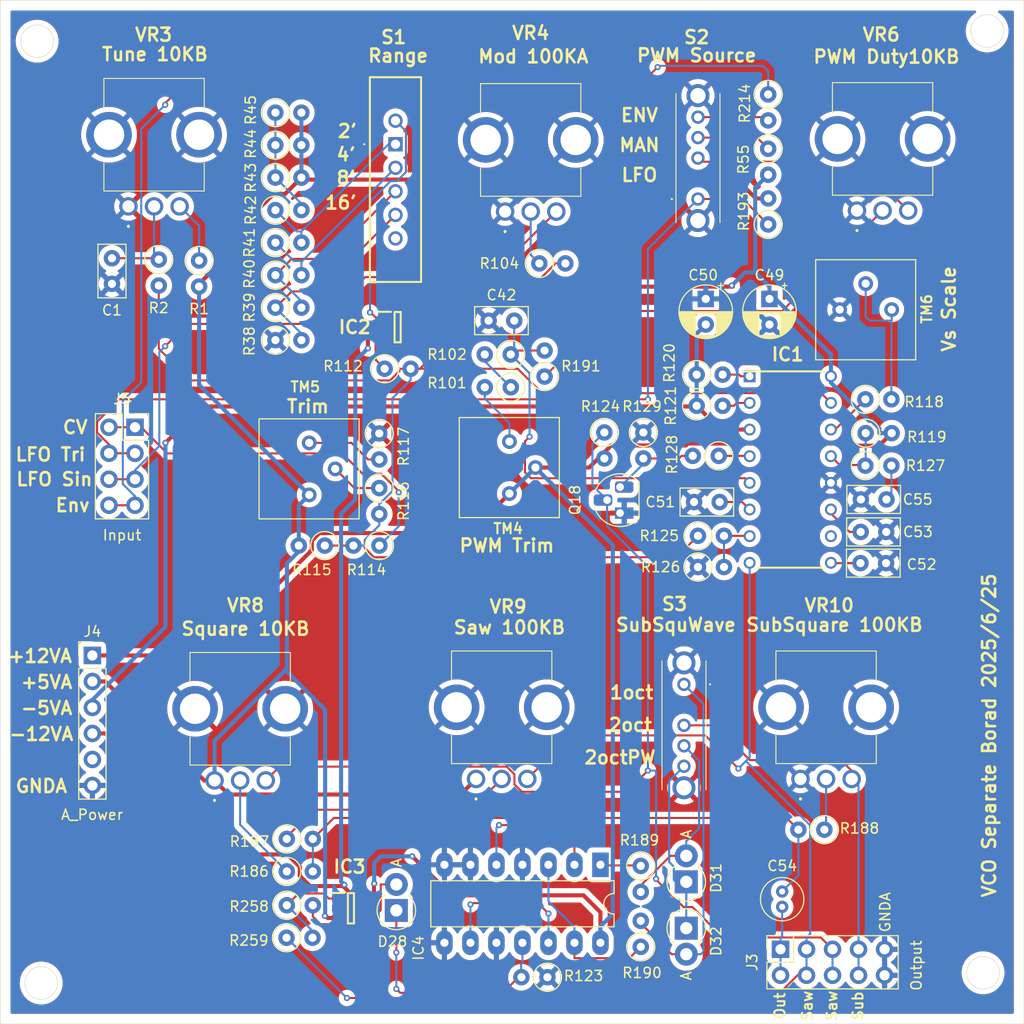
<source format=kicad_pcb>
(kicad_pcb (version 20240108) (generator "pcbnew") (generator_version "8.0")
  (layers (0 "F.Cu" signal) (31 "B.Cu" signal) (34 "B.Paste" user) (35 "F.Paste" user) (36 "B.SilkS" user "B.Silkscreen") (37 "F.SilkS" user "F.Silkscreen") (38 "B.Mask" user) (39 "F.Mask" user) (44 "Edge.Cuts" user))
  (net 0 "")
  (net 1 "GNDA")
  (net 2 "Net-(VR3-WIPER)")
  (net 3 "Vpwm")
  (net 4 "+12VA")
  (net 5 "-5VA")
  (net 6 "Net-(C51-Pad2)")
  (net 7 "Net-(C52-Pad2)")
  (net 8 "Net-(C53-Pad2)")
  (net 9 "VCOWave")
  (net 10 "Net-(C54-Pad1)")
  (net 11 "Net-(C55-Pad2)")
  (net 12 "Net-(D28-K)")
  (net 13 "Net-(D28-A)")
  (net 14 "Net-(D31-A)")
  (net 15 "Net-(D31-K)")
  (net 16 "Net-(D32-A)")
  (net 17 "Net-(IC1-Pad1)")
  (net 18 "Net-(IC1-Pad2)")
  (net 19 "Vso")
  (net 20 "VP")
  (net 21 "Net-(IC1-Pad14)")
  (net 22 "Vfci")
  (net 23 "Net-(IC1-Pad7)")
  (net 24 "Net-(IC1-Pad13)")
  (net 26 "VPseparate")
  (net 27 "SubVP")
  (net 28 "+5VA")
  (net 29 "-12VA")
  (net 31 "LFO_Sine")
  (net 32 "Env")
  (net 33 "LFO_Tri")
  (net 34 "CV")
  (net 35 "Net-(Q18-B)")
  (net 36 "Net-(S1-NO_4)")
  (net 37 "Net-(S1-NO_3)")
  (net 38 "Net-(S1-NO_2)")
  (net 39 "Net-(S1-NO_1)")
  (net 40 "Net-(R42-Pad2)")
  (net 41 "Net-(R55-Pad1)")
  (net 42 "Net-(R101-Pad1)")
  (net 43 "Net-(R101-Pad2)")
  (net 44 "Net-(VR4-WIPER)")
  (net 45 "Net-(R116-Pad1)")
  (net 46 "Net-(R117-Pad2)")
  (net 47 "Net-(R118-Pad2)")
  (net 48 "Net-(VR8-WIPER)")
  (net 49 "Net-(VR9-WIPER)")
  (net 50 "Net-(VR10-WIPER)")
  (net 51 "Net-(VR6-WIPER)")
  (net 52 "Net-(R214-Pad2)")
  (net 54 "PWMSource")
  (net 55 "Net-(VR3-CW)")
  (net 56 "Net-(IC2-INPUT_-)")
  (net 57 "Net-(IC2-INPUT_+)")
  (net 58 "Net-(IC3-INPUT_+)")
  (net 59 "Net-(IC4B-D)")
  (net 60 "Net-(IC4A-Q)")
  (net 61 "Net-(IC4A-D)")
  (net 62 "Net-(IC4A-C)")
  (footprint "Capacitor_THT:C_Disc_D5.0mm_W2.5mm_P2.50mm" (layer "F.Cu") (at 224.068 99.7599)
    (property "Reference" "C55")
    (property "Value" "0.01uF")
  )
  (footprint "Diode_THT:D_DO-15_P2.54mm_Vertical_AnodeUp" (layer "F.Cu") (at 178.689 139.907 90)
    (property "Reference" "D28")
    (property "Value" "D")
  )
  (footprint "Resistor_THT:R_Axial_DIN0207_L6.3mm_D2.5mm_P2.54mm_Vertical" (layer "F.Cu") (at 166.878 61.976)
    (property "Reference" "R45")
    (property "Value" "200K")
  )
  (footprint "Resistor_THT:R_Axial_DIN0207_L6.3mm_D2.5mm_P2.54mm_Vertical" (layer "F.Cu") (at 177.038 104.267 180)
    (property "Reference" "R114")
    (property "Value" "100K")
  )
  (footprint "Capacitor_THT:CP_Radial_D5.0mm_P2.50mm" (layer "F.Cu") (at 208.915 80.177 -90)
    (property "Reference" "C50")
    (property "Value" "2.2uF/50V")
  )
  (footprint "Resistor_THT:R_Axial_DIN0207_L6.3mm_D2.5mm_P2.54mm_Vertical" (layer "F.Cu") (at 167.963 142.574)
    (property "Reference" "R259")
    (property "Value" "33K")
  )
  (footprint "Resistor_THT:R_Axial_DIN0207_L6.3mm_D2.5mm_P2.54mm_Vertical" (layer "F.Cu") (at 166.878 68.326)
    (property "Reference" "R43")
    (property "Value" "200K")
  )
  (footprint "Resistor_THT:R_Axial_DIN0207_L6.3mm_D2.5mm_P2.54mm_Vertical" (layer "F.Cu") (at 159.422 76.425 -90)
    (property "Reference" "R1")
    (property "Value" "100K")
  )
  (footprint "Resistor_THT:R_Axial_DIN0207_L6.3mm_D2.5mm_P2.54mm_Vertical" (layer "F.Cu") (at 210.185 95.504 180)
    (property "Reference" "R128")
    (property "Value" "10K")
  )
  (footprint "SamacSys_Parts:RK09D117000B" (layer "F.Cu") (at 152.522 71.135)
    (property "Reference" "VR3")
    (property "Value" "Tune 10KB")
  )
  (footprint "Resistor_THT:R_Axial_DIN0207_L6.3mm_D2.5mm_P2.54mm_Vertical" (layer "F.Cu") (at 224.507 89.9809)
    (property "Reference" "R118")
    (property "Value" "1.69K")
  )
  (footprint "Resistor_THT:R_Axial_DIN0207_L6.3mm_D2.5mm_P2.54mm_Vertical" (layer "F.Cu") (at 208.153 103.3159)
    (property "Reference" "R125")
    (property "Value" "1.5M")
  )
  (footprint "Resistor_THT:R_Axial_DIN0207_L6.3mm_D2.5mm_P2.54mm_Vertical" (layer "F.Cu") (at 215.011 60.198 -90)
    (property "Reference" "R214")
    (property "Value" "10K")
  )
  (footprint "Resistor_THT:R_Axial_DIN0207_L6.3mm_D2.5mm_P2.54mm_Vertical" (layer "F.Cu") (at 167.992 136.097)
    (property "Reference" "R186")
    (property "Value" "680K")
  )
  (footprint "Package_TO_SOT_THT:TO-92_HandSolder" (layer "F.Cu") (at 200.545 101.092 90)
    (property "Reference" "Q18")
    (property "Value" "Q_NPN_ECB")
  )
  (footprint "Capacitor_THT:C_Disc_D5.0mm_W2.5mm_P2.50mm" (layer "F.Cu") (at 187.706 82.296)
    (property "Reference" "C42")
    (property "Value" "0.01uF")
  )
  (footprint "Resistor_THT:R_Axial_DIN0207_L6.3mm_D2.5mm_P2.54mm_Vertical" (layer "F.Cu") (at 166.878 65.151)
    (property "Reference" "R44")
    (property "Value" "200K")
  )
  (footprint "Resistor_THT:R_Axial_DIN0207_L6.3mm_D2.5mm_P2.54mm_Vertical" (layer "F.Cu") (at 193.45 146.431 180)
    (property "Reference" "R123")
    (property "Value" "47K")
  )
  (footprint "Resistor_THT:R_Axial_DIN0207_L6.3mm_D2.5mm_P2.54mm_Vertical" (layer "F.Cu") (at 215.011 72.898 90)
    (property "Reference" "R193")
    (property "Value" "33K")
  )
  (footprint "Resistor_THT:R_Axial_DIN0207_L6.3mm_D2.5mm_P2.54mm_Vertical" (layer "F.Cu") (at 202.565 135.56 -90)
    (property "Reference" "R189")
    (property "Value" "47k")
  )
  (footprint "SamacSys_Parts:RK09D117000B" (layer "F.Cu") (at 218.168 127.065)
    (property "Reference" "VR10")
    (property "Value" "SubSquare 100KB" (hide yes))
  )
  (footprint "Potentiometer_THT:Potentiometer_Bourns_3386P_Vertical" (layer "F.Cu") (at 170.18 99.314)
    (property "Reference" "TM5")
    (property "Value" "50K")
  )
  (footprint "Resistor_THT:R_Axial_DIN0207_L6.3mm_D2.5mm_P2.54mm_Vertical" (layer "F.Cu") (at 192.659 76.708)
    (property "Reference" "R104")
    (property "Value" "220K")
  )
  (footprint "Capacitor_THT:C_Disc_D5.0mm_W2.5mm_P2.50mm" (layer "F.Cu") (at 226.548 102.9349 180)
    (property "Reference" "C53")
    (property "Value" "1000pF")
  )
  (footprint "Resistor_THT:R_Axial_DIN0207_L6.3mm_D2.5mm_P2.54mm_Vertical" (layer "F.Cu") (at 208.026 87.5679)
    (property "Reference" "R120")
    (property "Value" "28K")
  )
  (footprint "Connector_PinHeader_2.54mm:PinHeader_1x06_P2.54mm_Vertical" (layer "F.Cu") (at 149 115)
    (property "Reference" "J4")
    (property "Value" "A_Power")
  )
  (footprint "Connector_PinSocket_2.54mm:PinSocket_2x04_P2.54mm_Vertical" (layer "F.Cu") (at 153.162 92.71)
    (property "Reference" "J5")
    (property "Value" "Input")
  )
  (footprint "Resistor_THT:R_Axial_DIN0207_L6.3mm_D2.5mm_P2.54mm_Vertical" (layer "F.Cu") (at 215.011 65.503 -90)
    (property "Reference" "R55")
    (property "Value" "50K")
  )
  (footprint "Resistor_THT:R_Axial_DIN0207_L6.3mm_D2.5mm_P2.54mm_Vertical" (layer "F.Cu") (at 166.878 77.851)
    (property "Reference" "R40")
    (property "Value" "200K")
  )
  (footprint "SamacSys_Parts:RK09D117000B" (layer "F.Cu") (at 223.687 71.544)
    (property "Reference" "VR6")
    (property "Value" "PWM Duty10KB")
  )
  (footprint "SamacSys_Parts:ASLB1470" (layer "F.Cu") (at 178.607 65.066 -90)
    (property "Reference" "S1")
    (property "Value" "ASLB1470" (hide yes))
  )
  (footprint "Resistor_THT:R_Axial_DIN0207_L6.3mm_D2.5mm_P2.54mm_Vertical" (layer "F.Cu") (at 189.865 85.598 180)
    (property "Reference" "R102")
    (property "Value" "390K")
  )
  (footprint "Package_DIP:DIP-14_W7.62mm_LongPads" (layer "F.Cu") (at 198.628 135.447 -90)
    (property "Reference" "IC4")
    (property "Value" "4013")
  )
  (footprint "SamacSys_Parts:RK09D117000B" (layer "F.Cu") (at 189.315 71.643)
    (property "Reference" "VR4")
    (property "Value" "Mod 100KA")
  )
  (footprint "SamacSys_Parts:RK09D117000B" (layer "F.Cu") (at 186.478 127.065)
    (property "Reference" "VR9")
    (property "Value" "Saw 100KB" (hide yes))
  )
  (footprint "SamacSys_Parts:DIP794W56P260L1905H432Q16N" (layer "F.Cu") (at 217.17 96.8389)
    (property "Reference" "IC1")
    (property "Value" "V3340M" (hide yes))
  )
  (footprint "SamacSys_Parts:OS103011MS8QP1" (layer "F.Cu") (at 206.785 121.826 -90)
    (property "Reference" "S3")
    (property "Value" "OS103011MS8QP1" (hide yes))
  )
  (footprint "Resistor_THT:R_Axial_DIN0207_L6.3mm_D2.5mm_P2.54mm_Vertical" (layer "F.Cu") (at 193.167 87.757 90)
    (property "Reference" "R191")
    (property "Value" "100K")
  )
  (footprint "Resistor_THT:R_Axial_DIN0207_L6.3mm_D2.5mm_P2.54mm_Vertical" (layer "F.Cu") (at 220.501 132.018 180)
    (property "Reference" "R188")
    (property "Value" "1M")
  )
  (footprint "SamacSys_Parts:OS103011MS8QP1" (layer "F.Cu") (at 208.153 66.417 90)
    (property "Reference" "S2")
    (property "Value" "OS103011MS8QP1" (hide yes))
  )
  (footprint "Resistor_THT:R_Axial_DIN0207_L6.3mm_D2.5mm_P2.54mm_Vertical" (layer "F.Cu") (at 199.009 93.218 -90)
    (property "Reference" "R124")
    (property "Value" "68K")
  )
  (footprint "Resistor_THT:R_Axial_DIN0207_L6.3mm_D2.5mm_P2.54mm_Vertical" (layer "F.Cu") (at 208.026 90.6159)
    (property "Reference" "R121")
    (property "Value" "5.6K")
  )
  (footprint "Resistor_THT:R_Axial_DIN0207_L6.3mm_D2.5mm_P2.54mm_Vertical" (layer "F.Cu") (at 202.819 93.218 -90)
    (property "Reference" "R129")
    (property "Value" "1K")
  )
  (footprint "Capacitor_THT:CP_Radial_D5.0mm_P2.50mm" (layer "F.Cu") (at 215.138 80.177 -90)
    (property "Reference" "C49")
    (property "Value" "47uF/16V")
  )
  (footprint "Resistor_THT:R_Axial_DIN0207_L6.3mm_D2.5mm_P2.54mm_Vertical" (layer "F.Cu") (at 166.878 84.201)
    (property "Reference" "R38")
    (property "Value" "200K")
  )
  (footprint "Resistor_THT:R_Axial_DIN0207_L6.3mm_D2.5mm_P2.54mm_Vertical" (layer "F.Cu") (at 167.992 132.922)
    (property "Reference" "R187")
    (property "Value" "390K")
  )
  (footprint "Resistor_THT:R_Axial_DIN0207_L6.3mm_D2.5mm_P2.54mm_Vertical" (layer "F.Cu") (at 208.153 106.3639)
    (property "Reference" "R126")
    (property "Value" "10K")
  )
  (footprint "Resistor_THT:R_Axial_DIN0207_L6.3mm_D2.5mm_P2.54mm_Vertical" (layer "F.Cu") (at 202.565 143.463 90)
    (property "Reference" "R190")
    (property "Value" "47k")
  )
  (footprint "Resistor_THT:R_Axial_DIN0207_L6.3mm_D2.5mm_P2.54mm_Vertical" (layer "F.Cu") (at 177.023 93.316 -90)
    (property "Reference" "R117")
    (property "Value" "270K")
  )
  (footprint "Connector_PinSocket_2.54mm:PinSocket_2x05_P2.54mm_Vertical" (layer "F.Cu") (at 216.218 143.702 90)
    (property "Reference" "J3")
    (property "Value" "Output")
  )
  (footprint "Resistor_THT:R_Axial_DIN0207_L6.3mm_D2.5mm_P2.54mm_Vertical" (layer "F.Cu") (at 224.507 96.4579)
    (property "Reference" "R127")
    (property "Value" "560")
  )
  (footprint "Resistor_THT:R_Axial_DIN0207_L6.3mm_D2.5mm_P2.54mm_Vertical" (layer "F.Cu") (at 189.87 88.803 180)
    (property "Reference" "R101")
    (property "Value" "56K")
  )
  (footprint "SamacSys_Parts:SOT95P282X145-5N" (layer "F.Cu") (at 174.253 139.699)
    (property "Reference" "IC3")
    (property "Value" "AS321KTR-E1" (hide yes))
  )
  (footprint "Capacitor_THT:C_Disc_D5.0mm_W2.5mm_P2.50mm" (layer "F.Cu") (at 207.772 100.0139)
    (property "Reference" "C51")
    (property "Value" "0.01uF")
  )
  (footprint "Resistor_THT:R_Axial_DIN0207_L6.3mm_D2.5mm_P2.54mm_Vertical" (layer "F.Cu") (at 166.878 74.676)
    (property "Reference" "R41")
    (property "Value" "200K")
  )
  (footprint "Capacitor_THT:C_Disc_D5.0mm_W2.5mm_P2.50mm" (layer "F.Cu") (at 226.528 105.9829 180)
    (property "Reference" "C52")
    (property "Value" "0.01uF")
  )
  (footprint "Resistor_THT:R_Axial_DIN0207_L6.3mm_D2.5mm_P2.54mm_Vertical" (layer "F.Cu") (at 155.485 76.327 -90)
    (property "Reference" "R2")
    (property "Value" "1M")
  )
  (footprint "Potentiometer_THT:Potentiometer_Bourns_3386P_Vertical" (layer "F.Cu") (at 189.738 99.187)
    (property "Reference" "TM4")
    (property "Value" "50K")
  )
  (footprint "Resistor_THT:R_Axial_DIN0207_L6.3mm_D2.5mm_P2.54mm_Vertical" (layer "F.Cu") (at 224.536 93.2829)
    (property "Reference" "R119")
    (property "Value" "1.5M")
  )
  (footprint "Resistor_THT:R_Axial_DIN0207_L6.3mm_D2.5mm_P2.54mm_Vertical" (layer "F.Cu") (at 167.992 139.399)
    (property "Reference" "R258")
    (property "Value" "470k")
  )
  (footprint "Resistor_THT:R_Axial_DIN0207_L6.3mm_D2.5mm_P2.54mm_Vertical" (layer "F.Cu") (at 171.704 104.267 180)
    (property "Reference" "R115")
    (property "Value" "560K")
  )
  (footprint "Potentiometer_THT:Potentiometer_Bourns_3386P_Vertical" (layer "F.Cu") (at 227.076 81.2179 90)
    (property "Reference" "TM6")
    (property "Value" "300")
  )
  (footprint "Resistor_THT:R_Axial_DIN0207_L6.3mm_D2.5mm_P2.54mm_Vertical" (layer "F.Cu") (at 166.878 71.501)
    (property "Reference" "R42")
    (property "Value" "200K")
  )
  (footprint "SamacSys_Parts:SOT95P282X145-5N" (layer "F.Cu") (at 178.816 82.931)
    (property "Reference" "IC2")
    (property "Value" "AS321KTR-E1" (hide yes))
  )
  (footprint "Diode_THT:D_DO-15_P2.54mm_Vertical_AnodeUp" (layer "F.Cu") (at 207.01 137.113 90)
    (property "Reference" "D31")
    (property "Value" "D")
  )
  (footprint "Resistor_THT:R_Axial_DIN0207_L6.3mm_D2.5mm_P2.54mm_Vertical" (layer "F.Cu") (at 177.023 98.65 -90)
    (property "Reference" "R116")
    (property "Value" "100K")
  )
  (footprint "Resistor_THT:R_Axial_DIN0207_L6.3mm_D2.5mm_P2.54mm_Vertical" (layer "F.Cu") (at 177.546 86.995)
    (property "Reference" "R112")
    (property "Value" "100K")
  )
  (footprint "Diode_THT:D_DO-15_P2.54mm_Vertical_AnodeUp" (layer "F.Cu") (at 207.01 141.644 -90)
    (property "Reference" "D32")
    (property "Value" "D")
  )
  (footprint "Capacitor_THT:C_Radial_D4.0mm_H7.0mm_P1.50mm" (layer "F.Cu") (at 216.378 138.057 -90)
    (property "Reference" "C54")
    (property "Value" "10uF/16VBP")
  )
  (footprint "Resistor_THT:R_Axial_DIN0207_L6.3mm_D2.5mm_P2.54mm_Vertical" (layer "F.Cu") (at 166.878 81.026)
    (property "Reference" "R39")
    (property "Value" "200K")
  )
  (footprint "SamacSys_Parts:RK09D117000B" (layer "F.Cu") (at 160.933 127.207)
    (property "Reference" "VR8")
    (property "Value" "Square 10KB" (hide yes))
  )
  (footprint "Capacitor_THT:C_Disc_D5.0mm_W2.5mm_P2.50mm" (layer "F.Cu") (at 150.913 78.7 90)
    (property "Reference" "C1")
    (property "Value" "0.001uF")
  )
  (gr_rect (start 140 51) (end 240 151) (stroke (width 0.05)) (fill none) (layer "Edge.Cuts"))
  (gr_circle (center 143.6 55) (end 145.2 55) (stroke (width 0.05)) (fill none) (layer "Edge.Cuts"))
  (gr_circle (center 236.4 54) (end 238 54) (stroke (width 0.05)) (fill none) (layer "Edge.Cuts"))
  (gr_circle (center 236 146) (end 237.6 146) (stroke (width 0.05)) (fill none) (layer "Edge.Cuts"))
  (gr_circle (center 144 147) (end 145.6 147) (stroke (width 0.05)) (fill none) (layer "Edge.Cuts"))
  (gr_text "2'" (at 173.908 63.782 0) (layer "F.SilkS") (effects (font (size 1.27 1.27) (thickness 0.254))))
  (gr_text "8'" (at 173.781 68.354 0) (layer "F.SilkS") (effects (font (size 1.27 1.27) (thickness 0.254))))
  (gr_text "-5VA" (at 144.526 120.142 0) (layer "F.SilkS") (effects (font (size 1.27 1.27) (thickness 0.254))))
  (gr_text "Out" (at 216.154 149.225 90) (layer "F.SilkS") (effects (font (size 1 1) (thickness 0.2))))
  (gr_text "SubSquWave" (at 205.994 112.014 0) (layer "F.SilkS") (effects (font (size 1.27 1.27) (thickness 0.254))))
  (gr_text "VCO Separate Borad 2025/6/25" (at 236.601 122.809 90) (layer "F.SilkS") (effects (font (size 1.27 1.27) (thickness 0.254))))
  (gr_text "LFO Sin" (at 145.288 97.79 0) (layer "F.SilkS") (effects (font (size 1.27 1.27) (thickness 0.254))))
  (gr_text "GNDA" (at 144.018 127.762 0) (layer "F.SilkS") (effects (font (size 1.27 1.27) (thickness 0.254))))
  (gr_text "16'" (at 173.273 70.767 0) (layer "F.SilkS") (effects (font (size 1.27 1.27) (thickness 0.254))))
  (gr_text "Saw" (at 221.234 149.225 90) (layer "F.SilkS") (effects (font (size 1 1) (thickness 0.2))))
  (gr_text "Input" (at 151.892 103.251 0) (layer "F.SilkS") (effects (font (size 1 1))))
  (gr_text "A_Power" (at 148.971 130.556 0) (layer "F.SilkS") (effects (font (size 1 1))))
  (gr_text "Sub" (at 223.774 149.225 90) (layer "F.SilkS") (effects (font (size 1 1) (thickness 0.2))))
  (gr_text "2octPW" (at 200.533 124.968 0) (layer "F.SilkS") (effects (font (size 1.27 1.27) (thickness 0.254))))
  (gr_text "LFO" (at 202.438 68.072 0) (layer "F.SilkS") (effects (font (size 1.27 1.27) (thickness 0.254))))
  (gr_text "ENV" (at 202.438 62.23 0) (layer "F.SilkS") (effects (font (size 1.27 1.27) (thickness 0.254))))
  (gr_text "2oct" (at 201.549 121.793 0) (layer "F.SilkS") (effects (font (size 1.27 1.27) (thickness 0.254))))
  (gr_text "MAN" (at 202.438 65.151 0) (layer "F.SilkS") (effects (font (size 1.27 1.27) (thickness 0.254))))
  (gr_text "Range" (at 178.861 56.416 0) (layer "F.SilkS") (effects (font (size 1.27 1.27) (thickness 0.254))))
  (gr_text "LFO Tri" (at 144.907 95.377 0) (layer "F.SilkS") (effects (font (size 1.27 1.27) (thickness 0.254))))
  (gr_text "CV" (at 147.32 92.71 0) (layer "F.SilkS") (effects (font (size 1.27 1.27) (thickness 0.254))))
  (gr_text "Output" (at 229.489 145.288 90) (layer "F.SilkS") (effects (font (size 1 1))))
  (gr_text "4'" (at 173.781 66.068 0) (layer "F.SilkS") (effects (font (size 1.27 1.27) (thickness 0.254))))
  (gr_text "Trim" (at 170.053 90.678 0) (layer "F.SilkS") (effects (font (size 1.27 1.27) (thickness 0.254))))
  (gr_text "GNDA" (at 226.441 140.081 90) (layer "F.SilkS") (effects (font (size 1 1))))
  (gr_text "PWM Trim" (at 189.484 104.267 0) (layer "F.SilkS") (effects (font (size 1.27 1.27) (thickness 0.254))))
  (gr_text "+12VA" (at 143.891 115.062 0) (layer "F.SilkS") (effects (font (size 1.27 1.27) (thickness 0.254))))
  (gr_text "Saw" (at 218.821 149.225 90) (layer "F.SilkS") (effects (font (size 1 1) (thickness 0.2))))
  (gr_text "Saw 100KB" (at 189.738 112.268 0) (layer "F.SilkS") (effects (font (size 1.27 1.27) (thickness 0.254))))
  (gr_text "PWM Source" (at 208.026 56.388 0) (layer "F.SilkS") (effects (font (size 1.27 1.27) (thickness 0.254))))
  (gr_text "Square 10KB" (at 163.957 112.395 0) (layer "F.SilkS") (effects (font (size 1.27 1.27) (thickness 0.254))))
  (gr_text "SubSquare 100KB" (at 221.488 112.014 0) (layer "F.SilkS") (effects (font (size 1.27 1.27) (thickness 0.254))))
  (gr_text "-12VA" (at 144.018 122.682 0) (layer "F.SilkS") (effects (font (size 1.27 1.27) (thickness 0.254))))
  (gr_text "Vs Scale" (at 232.664 81.153 90) (layer "F.SilkS") (effects (font (size 1.27 1.27) (thickness 0.254))))
  (gr_text "1oct" (at 201.676 118.618 0) (layer "F.SilkS") (effects (font (size 1.27 1.27) (thickness 0.254))))
  (gr_text "Env" (at 147.066 100.33 0) (layer "F.SilkS") (effects (font (size 1.27 1.27) (thickness 0.254))))
  (gr_text "+5VA" (at 144.526 117.602 0) (layer "F.SilkS") (effects (font (size 1.27 1.27) (thickness 0.254))))
  (segment (start 188.341 143.194) (end 188.468 143.067) (width 0.4) (layer "F.Cu") (net 1))
  (segment (start 150.913 76.2) (end 155.358 76.2) (width 0.2) (layer "F.Cu") (net 2))
  (segment (start 155.358 76.2) (end 155.485 76.327) (width 0.2) (layer "F.Cu") (net 2))
  (segment (start 155.485 76.327) (end 155.022 75.864) (width 0.2) (layer "B.Cu") (net 2))
  (segment (start 155.022 75.864) (end 155.022 71.135) (width 0.2) (layer "B.Cu") (net 2))
  (segment (start 190.246 85.217) (end 193.167 85.217) (width 0.2) (layer "F.Cu") (net 3))
  (segment (start 213.201 98.1409) (end 212.748 97.6884) (width 0.2) (layer "F.Cu") (net 3))
  (segment (start 191.256 94.0781) (end 191.703 93.6315) (width 0.2) (layer "F.Cu") (net 3))
  (segment (start 191.84 97.6884) (end 191.256 97.1044) (width 0.2) (layer "F.Cu") (net 3))
  (segment (start 191.256 97.1044) (end 191.256 94.0781) (width 0.2) (layer "F.Cu") (net 3))
  (segment (start 212.748 97.6884) (end 191.84 97.6884) (width 0.2) (layer "F.Cu") (net 3))
  (segment (start 189.865 85.598) (end 190.246 85.217) (width 0.2) (layer "F.Cu") (net 3))
  (via (at 191.703 93.6315) (size 0.6) (drill 0.3) (layers "F.Cu" "B.Cu") (net 3))
  (segment (start 189.865 85.598) (end 190.206 85.257) (width 0.2) (layer "B.Cu") (net 3))
  (segment (start 191.703 87.4359) (end 189.865 85.598) (width 0.2) (layer "B.Cu") (net 3))
  (segment (start 190.206 85.257) (end 190.206 82.296) (width 0.2) (layer "B.Cu") (net 3))
  (segment (start 191.703 93.6315) (end 191.703 87.4359) (width 0.2) (layer "B.Cu") (net 3))
  (segment (start 222.401 94.5122) (end 225.847 94.5122) (width 0.4) (layer "F.Cu") (net 4))
  (segment (start 211.455 78.9753) (end 211.563 78.9753) (width 0.4) (layer "F.Cu") (net 4))
  (segment (start 170.434 103.785) (end 171.172 103.047) (width 0.4) (layer "F.Cu") (net 4))
  (segment (start 175.503 138.749) (end 176.505 138.749) (width 0.4) (layer "F.Cu") (net 4))
  (segment (start 207.152 94.2973) (end 222.186 94.2973) (width 0.4) (layer "F.Cu") (net 4))
  (segment (start 206.962 94.488) (end 207.152 94.2973) (width 0.4) (layer "F.Cu") (net 4))
  (segment (start 211.455 78.9753) (end 211.455 78.867) (width 0.4) (layer "F.Cu") (net 4))
  (segment (start 185.878 103.047) (end 189.738 99.187) (width 0.4) (layer "F.Cu") (net 4))
  (segment (start 199.009 95.758) (end 198.408 95.758) (width 0.4) (layer "F.Cu") (net 4))
  (segment (start 222.186 94.2973) (end 222.401 94.5122) (width 0.4) (layer "F.Cu") (net 4))
  (segment (start 184.073 78.9753) (end 211.455 78.9753) (width 0.4) (layer "F.Cu") (net 4))
  (segment (start 176.505 137.312) (end 176.505 137.363) (width 0.4) (layer "F.Cu") (net 4))
  (segment (start 225.847 94.5122) (end 227.076 93.2829) (width 0.4) (layer "F.Cu") (net 4))
  (segment (start 149 115) (end 160.142 115) (width 0.4) (layer "F.Cu") (net 4))
  (segment (start 171.172 103.047) (end 185.878 103.047) (width 0.4) (layer "F.Cu") (net 4))
  (segment (start 180.066 81.981) (end 181.068 81.981) (width 0.4) (layer "F.Cu") (net 4))
  (segment (start 181.068 81.981) (end 184.073 78.9753) (width 0.4) (layer "F.Cu") (net 4))
  (segment (start 198.628 140.081) (end 198.628 143.067) (width 0.4) (layer "F.Cu") (net 4))
  (segment (start 196.977 138.43) (end 198.628 140.081) (width 0.4) (layer "F.Cu") (net 4))
  (segment (start 192.278 96.647) (end 197.519 96.647) (width 0.4) (layer "F.Cu") (net 4))
  (segment (start 180.239 134.62) (end 184.049 138.43) (width 0.4) (layer "F.Cu") (net 4))
  (segment (start 170.434 104.708) (end 170.434 103.785) (width 0.4) (layer "F.Cu") (net 4))
  (segment (start 160.142 115) (end 170.434 104.708) (width 0.4) (layer "F.Cu") (net 4))
  (segment (start 176.53 137.287) (end 176.505 137.312) (width 0.4) (layer "F.Cu") (net 4))
  (segment (start 198.408 95.758) (end 199.678 94.488) (width 0.4) (layer "F.Cu") (net 4))
  (segment (start 176.505 138.749) (end 176.505 137.363) (width 0.4) (layer "F.Cu") (net 4))
  (segment (start 184.049 138.43) (end 196.977 138.43) (width 0.4) (layer "F.Cu") (net 4))
  (segment (start 199.678 94.488) (end 206.962 94.488) (width 0.4) (layer "F.Cu") (net 4))
  (segment (start 197.519 96.647) (end 198.408 95.758) (width 0.4) (layer "F.Cu") (net 4))
  (via (at 211.455 78.867) (size 0.6) (drill 0.3) (layers "F.Cu" "B.Cu") (net 4))
  (via (at 176.53 137.287) (size 0.6) (drill 0.3) (layers "F.Cu" "B.Cu") (net 4))
  (via (at 180.239 134.62) (size 0.6) (drill 0.3) (layers "F.Cu" "B.Cu") (net 4))
  (segment (start 199.837 140.256) (end 199.837 104.206) (width 0.4) (layer "B.Cu") (net 4))
  (segment (start 212.742 77.5803) (end 211.455 78.867) (width 0.4) (layer "B.Cu") (net 4))
  (segment (start 221.139 85.5771) (end 221.139 87.7269) (width 0.4) (layer "B.Cu") (net 4))
  (segment (start 215.138 80.177) (end 215.138 79.5761) (width 0.4) (layer "B.Cu") (net 4))
  (segment (start 213.743 69.311) (end 215.011 68.043) (width 0.4) (layer "B.Cu") (net 4))
  (segment (start 198.628 141.465) (end 199.837 140.256) (width 0.4) (layer "B.Cu") (net 4))
  (segment (start 213.743 77.5803) (end 212.742 77.5803) (width 0.4) (layer "B.Cu") (net 4))
  (segment (start 215.138 79.5761) (end 215.138 78.9753) (width 0.4) (layer "B.Cu") (net 4))
  (segment (start 180.239 134.62) (end 177.165 134.62) (width 0.4) (layer "B.Cu") (net 4))
  (segment (start 192.278 96.647) (end 189.738 99.187) (width 0.4) (layer "B.Cu") (net 4))
  (segment (start 215.138 78.9753) (end 213.743 77.5803) (width 0.4) (layer "B.Cu") (net 4))
  (segment (start 198.628 143.067) (end 198.628 141.465) (width 0.4) (layer "B.Cu") (net 4))
  (segment (start 213.743 77.5803) (end 213.743 69.311) (width 0.4) (layer "B.Cu") (net 4))
  (segment (start 215.138 79.5761) (end 221.139 85.5771) (width 0.4) (layer "B.Cu") (net 4))
  (segment (start 225.125 92.0812) (end 224.875 92.0812) (width 0.4) (layer "B.Cu") (net 4))
  (segment (start 227.076 93.2829) (end 225.874 93.2829) (width 0.4) (layer "B.Cu") (net 4))
  (segment (start 176.53 135.255) (end 176.53 137.287) (width 0.4) (layer "B.Cu") (net 4))
  (segment (start 221.139 88.345) (end 221.139 87.7269) (width 0.4) (layer "B.Cu") (net 4))
  (segment (start 225.874 93.2829) (end 225.874 92.8304) (width 0.4) (layer "B.Cu") (net 4))
  (segment (start 177.165 134.62) (end 176.53 135.255) (width 0.4) (layer "B.Cu") (net 4))
  (segment (start 199.837 104.206) (end 192.278 96.647) (width 0.4) (layer "B.Cu") (net 4))
  (segment (start 224.875 92.0812) (end 221.139 88.345) (width 0.4) (layer "B.Cu") (net 4))
  (segment (start 225.874 92.8304) (end 225.125 92.0812) (width 0.4) (layer "B.Cu") (net 4))
  (segment (start 159.689 90.6816) (end 207.96 90.6816) (width 0.4) (layer "F.Cu") (net 5))
  (segment (start 213.201 92.9339) (end 210.344 92.9339) (width 0.4) (layer "F.Cu") (net 5))
  (segment (start 210.344 92.9339) (end 208.026 90.6159) (width 0.4) (layer "F.Cu") (net 5))
  (segment (start 156.138 94.2325) (end 159.689 90.6816) (width 0.4) (layer "F.Cu") (net 5))
  (segment (start 207.96 90.6816) (end 208.026 90.6159) (width 0.4) (layer "F.Cu") (net 5))
  (via (at 156.138 94.2325) (size 0.6) (drill 0.3) (layers "F.Cu" "B.Cu") (net 5))
  (segment (start 208.026 90.6159) (end 208.026 87.5679) (width 0.4) (layer "B.Cu") (net 5))
  (segment (start 149 119.347) (end 149 120.08) (width 0.4) (layer "B.Cu") (net 5))
  (segment (start 208.026 87.5679) (end 208.026 83.566) (width 0.4) (layer "B.Cu") (net 5))
  (segment (start 156.138 112.209) (end 149 119.347) (width 0.4) (layer "B.Cu") (net 5))
  (segment (start 208.026 83.566) (end 208.915 82.677) (width 0.4) (layer "B.Cu") (net 5))
  (segment (start 156.138 94.2325) (end 156.138 112.209) (width 0.4) (layer "B.Cu") (net 5))
  (segment (start 212.836 100.379) (end 213.201 100.744) (width 0.2) (layer "F.Cu") (net 6))
  (segment (start 212.836 100.379) (end 212.8361 100.379) (width 0.2) (layer "F.Cu") (net 6))
  (segment (start 212.8361 100.379) (end 213.201 100.7439) (width 0.2) (layer "F.Cu") (net 6))
  (segment (start 210.272 100.0139) (end 210.272 100.014) (width 0.2) (layer "F.Cu") (net 6))
  (segment (start 210.272 100.014) (end 212.471 100.014) (width 0.2) (layer "F.Cu") (net 6))
  (segment (start 212.471 100.014) (end 212.836 100.379) (width 0.2) (layer "F.Cu") (net 6))
  (segment (start 221.171 105.983) (end 221.139 105.951) (width 0.2) (layer "F.Cu") (net 7))
  (segment (start 224.028 105.983) (end 222.5995 105.983) (width 0.2) (layer "F.Cu") (net 7))
  (segment (start 224.0279 105.983) (end 224.028 105.9829) (width 0.2) (layer "F.Cu") (net 7))
  (segment (start 222.5995 105.983) (end 224.0279 105.983) (width 0.2) (layer "F.Cu") (net 7))
  (segment (start 221.139 105.9509) (end 221.139 105.951) (width 0.2) (layer "F.Cu") (net 7))
  (segment (start 222.5995 105.983) (end 221.171 105.983) (width 0.2) (layer "F.Cu") (net 7))
  (segment (start 221.139 100.7439) (end 221.139 100.744) (width 0.2) (layer "F.Cu") (net 8))
  (segment (start 224.048 102.935) (end 222.95 102.935) (width 0.2) (layer "F.Cu") (net 8))
  (segment (start 224.048 102.9349) (end 224.048 102.935) (width 0.2) (layer "F.Cu") (net 8))
  (segment (start 221.139 101.124) (end 221.139 100.744) (width 0.2) (layer "F.Cu") (net 8))
  (segment (start 222.95 102.935) (end 221.139 101.124) (width 0.2) (layer "F.Cu") (net 8))
  (segment (start 216.218 142.55) (end 216.378 142.39) (width 0.2) (layer "B.Cu") (net 9))
  (segment (start 216.218 143.702) (end 216.218 146.242) (width 0.2) (layer "B.Cu") (net 9))
  (segment (start 216.218 143.702) (end 216.218 142.55) (width 0.2) (layer "B.Cu") (net 9))
  (segment (start 216.378 142.39) (end 216.378 139.557) (width 0.2) (layer "B.Cu") (net 9))
  (segment (start 216.818 130.875) (end 172.579 130.875) (width 0.2) (layer "F.Cu") (net 10))
  (segment (start 172.579 130.875) (end 170.532 132.922) (width 0.2) (layer "F.Cu") (net 10))
  (segment (start 217.961 132.018) (end 216.818 130.875) (width 0.2) (layer "F.Cu") (net 10))
  (segment (start 216.378 138.057) (end 217.961 136.474) (width 0.2) (layer "B.Cu") (net 10))
  (segment (start 170.532 132.922) (end 170.532 136.097) (width 0.2) (layer "B.Cu") (net 10))
  (segment (start 217.961 136.474) (end 217.961 132.018) (width 0.2) (layer "B.Cu") (net 10))
  (segment (start 227.047 99.2809) (end 227.047 96.4579) (width 0.2) (layer "B.Cu") (net 11))
  (segment (start 226.568 99.7599) (end 227.047 99.2809) (width 0.2) (layer "B.Cu") (net 11))
  (segment (start 179.07 147.955) (end 178.689 147.574) (width 0.2) (layer "F.Cu") (net 12))
  (segment (start 190.881 146.242) (end 190.881 146.177) (width 0.2) (layer "F.Cu") (net 12))
  (segment (start 178.689 144.018) (end 178.689 139.907) (width 0.2) (layer "F.Cu") (net 12))
  (segment (start 190.881 146.177) (end 189.103 147.955) (width 0.2) (layer "F.Cu") (net 12))
  (segment (start 190.91 146.431) (end 190.881 146.402) (width 0.2) (layer "F.Cu") (net 12))
  (segment (start 190.881 146.402) (end 190.881 146.242) (width 0.2) (layer "F.Cu") (net 12))
  (segment (start 189.103 147.955) (end 179.07 147.955) (width 0.2) (layer "F.Cu") (net 12))
  (via (at 178.689 147.574) (size 0.6) (drill 0.3) (layers "F.Cu" "B.Cu") (net 12))
  (via (at 178.689 144.018) (size 0.6) (drill 0.3) (layers "F.Cu" "B.Cu") (net 12))
  (segment (start 178.689 147.574) (end 178.689 144.018) (width 0.2) (layer "B.Cu") (net 12))
  (segment (start 190.91 145.72) (end 190.91 146.431) (width 0.2) (layer "B.Cu") (net 12))
  (segment (start 190.881 146.242) (end 190.881 145.691) (width 0.2) (layer "B.Cu") (net 12))
  (segment (start 190.881 145.14) (end 191.008 145.013) (width 0.2) (layer "B.Cu") (net 12))
  (segment (start 190.881 145.691) (end 190.881 145.14) (width 0.2) (layer "B.Cu") (net 12))
  (segment (start 190.881 145.691) (end 190.91 145.72) (width 0.2) (layer "B.Cu") (net 12))
  (segment (start 191.008 145.013) (end 191.008 143.067) (width 0.2) (layer "B.Cu") (net 12))
  (segment (start 178.689 137.367) (end 177.165 137.367) (width 0.2) (layer "F.Cu") (net 13))
  (segment (start 175.503 140.649) (end 174.601 140.649) (width 0.2) (layer "F.Cu") (net 13))
  (segment (start 174 141.251) (end 171.282 141.251) (width 0.2) (layer "F.Cu") (net 13))
  (segment (start 176.405 140.649) (end 175.503 140.649) (width 0.2) (layer "F.Cu") (net 13))
  (segment (start 170.532 140.501) (end 170.532 139.399) (width 0.2) (layer "F.Cu") (net 13))
  (segment (start 177.165 137.367) (end 177.165 139.889) (width 0.2) (layer "F.Cu") (net 13))
  (segment (start 177.165 139.889) (end 176.405 140.649) (width 0.2) (layer "F.Cu") (net 13))
  (segment (start 171.282 141.251) (end 170.532 140.501) (width 0.2) (layer "F.Cu") (net 13))
  (segment (start 174.601 140.649) (end 174 141.251) (width 0.2) (layer "F.Cu") (net 13))
  (segment (start 207.01 134.573) (end 205.461 134.573) (width 0.2) (layer "F.Cu") (net 14))
  (segment (start 202.565 137.469) (end 202.565 138.1) (width 0.2) (layer "F.Cu") (net 14))
  (segment (start 205.461 134.573) (end 202.565 137.469) (width 0.2) (layer "F.Cu") (net 14))
  (segment (start 208.2596 131.9017) (end 207.01 133.1513) (width 0.2) (layer "B.Cu") (net 14))
  (segment (start 208.2596 125.3006) (end 208.2596 131.9017) (width 0.2) (layer "B.Cu") (net 14))
  (segment (start 207.01 134.573) (end 207.01 133.1513) (width 0.2) (layer "B.Cu") (net 14))
  (segment (start 206.785 123.826) (end 208.2596 125.3006) (width 0.2) (layer "B.Cu") (net 14))
  (segment (start 207.01 139.3785) (end 207.01 137.113) (width 0.2) (layer "B.Cu") (net 15))
  (segment (start 207.01 141.644) (end 207.01 139.3785) (width 0.2) (layer "B.Cu") (net 15))
  (segment (start 205.79 135.6275) (end 205.3377 135.1752) (width 0.2) (layer "B.Cu") (net 15))
  (segment (start 205.3377 127.2733) (end 206.785 125.826) (width 0.2) (layer "B.Cu") (net 15))
  (segment (start 205.3377 135.1752) (end 205.3377 127.2733) (width 0.2) (layer "B.Cu") (net 15))
  (segment (start 207.01 138.1385) (end 205.79 136.9185) (width 0.2) (layer "B.Cu") (net 15))
  (segment (start 207.01 139.3785) (end 207.01 138.1385) (width 0.2) (layer "B.Cu") (net 15))
  (segment (start 205.79 136.9185) (end 205.79 135.6275) (width 0.2) (layer "B.Cu") (net 15))
  (segment (start 207.01 144.184) (end 205.588 144.184) (width 0.2) (layer "F.Cu") (net 16))
  (segment (start 205.588 144.184) (end 202.565 141.161) (width 0.2) (layer "F.Cu") (net 16))
  (segment (start 202.565 141.161) (end 202.565 140.923) (width 0.2) (layer "F.Cu") (net 16))
  (segment (start 208.6941 119.7351) (end 206.785 117.826) (width 0.2) (layer "B.Cu") (net 16))
  (segment (start 208.432 144.184) (end 208.6941 143.9219) (width 0.2) (layer "B.Cu") (net 16))
  (segment (start 207.01 144.184) (end 208.432 144.184) (width 0.2) (layer "B.Cu") (net 16))
  (segment (start 208.6941 143.9219) (end 208.6941 119.7351) (width 0.2) (layer "B.Cu") (net 16))
  (segment (start 212.32 87.7269) (end 213.201 87.7269) (width 0.2) (layer "F.Cu") (net 17))
  (segment (start 210.566 87.5679) (end 212.161 87.5679) (width 0.2) (layer "F.Cu") (net 17))
  (segment (start 212.161 87.5679) (end 212.32 87.7269) (width 0.2) (layer "F.Cu") (net 17))
  (segment (start 211.954 90.3299) (end 213.201 90.3299) (width 0.2) (layer "F.Cu") (net 18))
  (segment (start 210.566 90.6159) (end 211.668 90.6159) (width 0.2) (layer "F.Cu") (net 18))
  (segment (start 211.668 90.6159) (end 211.954 90.3299) (width 0.2) (layer "F.Cu") (net 18))
  (segment (start 191.478 127.065) (end 195.734 122.809) (width 0.2) (layer "F.Cu") (net 19))
  (segment (start 217.875 146.242) (end 218.758 146.242) (width 0.2) (layer "F.Cu") (net 19))
  (segment (start 173.863 148.463) (end 215.654 148.463) (width 0.2) (layer "F.Cu") (net 19))
  (segment (start 195.734 122.809) (end 208.863 122.809) (width 0.2) (layer "F.Cu") (net 19))
  (segment (start 215.654 148.463) (end 217.875 146.242) (width 0.2) (layer "F.Cu") (net 19))
  (segment (start 173.852 148.463) (end 173.863 148.463) (width 0.2) (layer "F.Cu") (net 19))
  (segment (start 208.863 122.809) (end 212.104 126.05) (width 0.2) (layer "F.Cu") (net 19))
  (via (at 212.104 126.05) (size 0.6) (drill 0.3) (layers "F.Cu" "B.Cu") (net 19))
  (via (at 173.863 148.463) (size 0.6) (drill 0.3) (layers "F.Cu" "B.Cu") (net 19))
  (segment (start 213.201 105.9509) (end 213.201 105.951) (width 0.2) (layer "B.Cu") (net 19))
  (segment (start 212.104 126.05) (end 212.837 125.317) (width 0.2) (layer "B.Cu") (net 19))
  (segment (start 213.201 105.951) (end 213.201 124.953) (width 0.2) (layer "B.Cu") (net 19))
  (segment (start 213.201 124.953) (end 212.837 125.317) (width 0.2) (layer "B.Cu") (net 19))
  (segment (start 167.963 142.574) (end 167.974 142.574) (width 0.2) (layer "B.Cu") (net 19))
  (segment (start 218.758 143.702) (end 218.758 146.242) (width 0.2) (layer "B.Cu") (net 19))
  (segment (start 212.837 125.317) (end 219.113 131.593) (width 0.2) (layer "B.Cu") (net 19))
  (segment (start 167.974 142.574) (end 173.863 148.463) (width 0.2) (layer "B.Cu") (net 19))
  (segment (start 218.758 142.55) (end 218.758 143.702) (width 0.2) (layer "B.Cu") (net 19))
  (segment (start 219.113 131.593) (end 219.113 142.196) (width 0.2) (layer "B.Cu") (net 19))
  (segment (start 219.113 142.196) (end 218.758 142.55) (width 0.2) (layer "B.Cu") (net 19))
  (segment (start 213.168 95.504) (end 213.201 95.5369) (width 0.2) (layer "F.Cu") (net 20))
  (segment (start 210.185 95.504) (end 213.168 95.504) (width 0.2) (layer "F.Cu") (net 20))
  (segment (start 221.554 92.9339) (end 224.507 89.9809) (width 0.2) (layer "F.Cu") (net 21))
  (segment (start 221.139 92.9339) (end 221.554 92.9339) (width 0.2) (layer "F.Cu") (net 21))
  (segment (start 194.097 76.708) (end 194.097 76.8457) (width 0.2) (layer "F.Cu") (net 22))
  (segment (start 158.581 88.1338) (end 178.074 88.1338) (width 0.2) (layer "F.Cu") (net 22))
  (segment (start 171.704 104.267) (end 174.498 104.267) (width 0.2) (layer "F.Cu") (net 22))
  (segment (start 195.199 76.708) (end 194.097 76.708) (width 0.2) (layer "F.Cu") (net 22))
  (segment (start 178.984 87.2233) (end 178.984 86.995) (width 0.2) (layer "F.Cu") (net 22))
  (segment (start 208.153 103.3159) (end 208.153 103.316) (width 0.2) (layer "F.Cu") (net 22))
  (segment (start 192.495 78.4478) (end 182.224 78.4478) (width 0.2) (layer "F.Cu") (net 22))
  (segment (start 181.356 86.644) (end 181.005 86.995) (width 0.2) (layer "F.Cu") (net 22))
  (segment (start 181.356 83.5592) (end 181.356 86.644) (width 0.2) (layer "F.Cu") (net 22))
  (segment (start 175.6 104.267) (end 175.6 104.495) (width 0.2) (layer "F.Cu") (net 22))
  (segment (start 181.005 86.995) (end 180.086 86.995) (width 0.2) (layer "F.Cu") (net 22))
  (segment (start 178.816 82.677) (end 179.07 82.931) (width 0.2) (layer "F.Cu") (net 22))
  (segment (start 174.498 104.267) (end 175.6 104.267) (width 0.2) (layer "F.Cu") (net 22))
  (segment (start 176.509 105.405) (end 206.064 105.405) (width 0.2) (layer "F.Cu") (net 22))
  (segment (start 206.064 105.405) (end 208.153 103.316) (width 0.2) (layer "F.Cu") (net 22))
  (segment (start 175.6 104.495) (end 176.509 105.405) (width 0.2) (layer "F.Cu") (net 22))
  (segment (start 155.485 85.0377) (end 158.581 88.1338) (width 0.2) (layer "F.Cu") (net 22))
  (segment (start 178.074 88.1338) (end 178.984 87.2233) (width 0.2) (layer "F.Cu") (net 22))
  (segment (start 192.93 89.3782) (end 190.547 86.995) (width 0.2) (layer "F.Cu") (net 22))
  (segment (start 190.547 86.995) (end 180.086 86.995) (width 0.2) (layer "F.Cu") (net 22))
  (segment (start 221.139 90.3299) (end 220.187 89.3782) (width 0.2) (layer "F.Cu") (net 22))
  (segment (start 178.816 81.8561) (end 178.816 82.677) (width 0.2) (layer "F.Cu") (net 22))
  (segment (start 182.224 78.4478) (end 178.816 81.8561) (width 0.2) (layer "F.Cu") (net 22))
  (segment (start 180.728 82.931) (end 181.356 83.5592) (width 0.2) (layer "F.Cu") (net 22))
  (segment (start 178.984 86.995) (end 180.086 86.995) (width 0.2) (layer "F.Cu") (net 22))
  (segment (start 155.485 78.867) (end 155.485 85.0377) (width 0.2) (layer "F.Cu") (net 22))
  (segment (start 194.097 76.8457) (end 192.495 78.4478) (width 0.2) (layer "F.Cu") (net 22))
  (segment (start 179.07 82.931) (end 180.728 82.931) (width 0.2) (layer "F.Cu") (net 22))
  (segment (start 220.187 89.3782) (end 192.93 89.3782) (width 0.2) (layer "F.Cu") (net 22))
  (segment (start 177.023 102.292) (end 175.6 103.715) (width 0.2) (layer "B.Cu") (net 22))
  (segment (start 180.086 88.0967) (end 178.314 89.8684) (width 0.2) (layer "B.Cu") (net 22))
  (segment (start 177.161 100.088) (end 177.023 100.088) (width 0.2) (layer "B.Cu") (net 22))
  (segment (start 180.086 86.995) (end 180.086 88.0967) (width 0.2) (layer "B.Cu") (net 22))
  (segment (start 178.314 98.9347) (end 177.161 100.088) (width 0.2) (layer "B.Cu") (net 22))
  (segment (start 175.6 103.715) (end 175.6 104.267) (width 0.2) (layer "B.Cu") (net 22))
  (segment (start 175.6 104.267) (end 174.498 104.267) (width 0.2) (layer "B.Cu") (net 22))
  (segment (start 178.314 89.8684) (end 178.314 98.9347) (width 0.2) (layer "B.Cu") (net 22))
  (segment (start 177.023 100.088) (end 177.023 101.19) (width 0.2) (layer "B.Cu") (net 22))
  (segment (start 177.023 101.19) (end 177.023 102.292) (width 0.2) (layer "B.Cu") (net 22))
  (segment (start 210.693 103.3159) (end 210.693 103.316) (width 0.2) (layer "F.Cu") (net 23))
  (segment (start 213.169 103.316) (end 213.201 103.3479) (width 0.2) (layer "F.Cu") (net 23))
  (segment (start 213.201 103.3479) (end 213.201 103.348) (width 0.2) (layer "F.Cu") (net 23))
  (segment (start 210.693 103.316) (end 213.169 103.316) (width 0.2) (layer "F.Cu") (net 23))
  (segment (start 210.693 103.3159) (end 210.693 103.316) (width 0.2) (layer "B.Cu") (net 23))
  (segment (start 210.693 106.364) (end 210.693 103.316) (width 0.2) (layer "B.Cu") (net 23))
  (segment (start 224.442 96.393) (end 224.507 96.4579) (width 0.2) (layer "F.Cu") (net 24))
  (segment (start 221.139 95.5369) (end 221.995 96.393) (width 0.2) (layer "F.Cu") (net 24))
  (segment (start 221.995 96.393) (end 224.442 96.393) (width 0.2) (layer "F.Cu") (net 24))
  (segment (start 224.507 96.4579) (end 224.536 96.4289) (width 0.2) (layer "B.Cu") (net 24))
  (segment (start 224.536 96.4289) (end 224.536 93.2829) (width 0.2) (layer "B.Cu") (net 24))
  (segment (start 210.583 142.55) (end 207.602 139.569) (width 0.2) (layer "F.Cu") (net 26))
  (segment (start 190.228 127.598) (end 190.946 128.316) (width 0.2) (layer "F.Cu") (net 26))
  (segment (start 220.146 142.55) (end 210.583 142.55) (width 0.2) (layer "F.Cu") (net 26))
  (segment (start 221.298 143.702) (end 220.146 142.55) (width 0.2) (layer "F.Cu") (net 26))
  (segment (start 206.732 139.569) (end 204.062 136.899) (width 0.2) (layer "F.Cu") (net 26))
  (segment (start 201.191 128.316) (end 203.263 126.244) (width 0.2) (layer "F.Cu") (net 26))
  (segment (start 190.228 126.613) (end 190.228 127.598) (width 0.2) (layer "F.Cu") (net 26))
  (segment (start 165.933 127.207) (end 167.28 125.86) (width 0.2) (layer "F.Cu") (net 26))
  (segment (start 190.946 128.316) (end 201.191 128.316) (width 0.2) (layer "F.Cu") (net 26))
  (segment (start 207.602 139.569) (end 206.732 139.569) (width 0.2) (layer "F.Cu") (net 26))
  (segment (start 189.475 125.86) (end 190.228 126.613) (width 0.2) (layer "F.Cu") (net 26))
  (segment (start 204.062 136.899) (end 204.062 136.823) (width 0.2) (layer "F.Cu") (net 26))
  (segment (start 167.28 125.86) (end 189.475 125.86) (width 0.2) (layer "F.Cu") (net 26))
  (via (at 204.062 136.823) (size 0.6) (drill 0.3) (layers "F.Cu" "B.Cu") (net 26))
  (via (at 203.263 126.244) (size 0.6) (drill 0.3) (layers "F.Cu" "B.Cu") (net 26))
  (segment (start 199.275 102.346) (end 199.275 99.822) (width 0.2) (layer "B.Cu") (net 26))
  (segment (start 199.009 93.218) (end 197.844 94.3829) (width 0.2) (layer "B.Cu") (net 26))
  (segment (start 197.844 98.3911) (end 199.275 99.822) (width 0.2) (layer "B.Cu") (net 26))
  (segment (start 197.844 94.3829) (end 197.844 98.3911) (width 0.2) (layer "B.Cu") (net 26))
  (segment (start 221.298 143.702) (end 221.298 146.242) (width 0.2) (layer "B.Cu") (net 26))
  (segment (start 204.062 126.244) (end 204.062 136.823) (width 0.2) (layer "B.Cu") (net 26))
  (segment (start 203.263 126.244) (end 204.062 126.244) (width 0.2) (layer "B.Cu") (net 26))
  (segment (start 203.263 126.244) (end 203.263 106.334) (width 0.2) (layer "B.Cu") (net 26))
  (segment (start 203.263 106.334) (end 199.275 102.346) (width 0.2) (layer "B.Cu") (net 26))
  (segment (start 209.837 121.826) (end 213.233 125.222) (width 0.2) (layer "F.Cu") (net 27))
  (segment (start 223.168 126.267) (end 223.168 127.065) (width 0.2) (layer "F.Cu") (net 27))
  (segment (start 222.123 125.222) (end 223.168 126.267) (width 0.2) (layer "F.Cu") (net 27))
  (segment (start 213.233 125.222) (end 222.123 125.222) (width 0.2) (layer "F.Cu") (net 27))
  (segment (start 206.785 121.826) (end 209.837 121.826) (width 0.2) (layer "F.Cu") (net 27))
  (segment (start 223.838 143.702) (end 223.838 146.242) (width 0.2) (layer "B.Cu") (net 27))
  (segment (start 223.168 127.065) (end 223.838 127.735) (width 0.2) (layer "B.Cu") (net 27))
  (segment (start 223.838 127.735) (end 223.838 143.702) (width 0.2) (layer "B.Cu") (net 27))
  (segment (start 167.83 69.9135) (end 169.418 68.326) (width 0.4) (layer "F.Cu") (net 28))
  (segment (start 169.608 68.516) (end 169.418 68.326) (width 0.4) (layer "F.Cu") (net 28))
  (segment (start 159.422 78.965) (end 159.422 78.703) (width 0.4) (layer "F.Cu") (net 28))
  (segment (start 171.794 140.442) (end 172.001 140.649) (width 0.4) (layer "F.Cu") (net 28))
  (segment (start 162.311 128.585) (end 184.958 128.585) (width 0.4) (layer "F.Cu") (net 28))
  (segment (start 160.933 127.207) (end 162.311 128.585) (width 0.4) (layer "F.Cu") (net 28))
  (segment (start 215.011 70.358) (end 213.809 70.358) (width 0.4) (layer "F.Cu") (net 28))
  (segment (start 161.036 77.089) (end 161.036 75.5829) (width 0.4) (layer "F.Cu") (net 28))
  (segment (start 149 117.54) (end 150.252 117.54) (width 0.4) (layer "F.Cu") (net 28))
  (segment (start 211.967 68.516) (end 169.608 68.516) (width 0.4) (layer "F.Cu") (net 28))
  (segment (start 166.705 69.9135) (end 167.83 69.9135) (width 0.4) (layer "F.Cu") (net 28))
  (segment (start 171.707 140.442) (end 171.794 140.442) (width 0.4) (layer "F.Cu") (net 28))
  (segment (start 159.919 127.207) (end 160.933 127.207) (width 0.4) (layer "F.Cu") (net 28))
  (segment (start 159.422 78.703) (end 161.036 77.089) (width 0.4) (layer "F.Cu") (net 28))
  (segment (start 150.252 117.54) (end 159.919 127.207) (width 0.4) (layer "F.Cu") (net 28))
  (segment (start 184.958 128.585) (end 186.478 127.065) (width 0.4) (layer "F.Cu") (net 28))
  (segment (start 172.001 140.649) (end 173.003 140.649) (width 0.4) (layer "F.Cu") (net 28))
  (segment (start 161.036 75.5829) (end 166.705 69.9135) (width 0.4) (layer "F.Cu") (net 28))
  (segment (start 213.809 70.358) (end 211.967 68.516) (width 0.4) (layer "F.Cu") (net 28))
  (via (at 171.707 140.442) (size 0.6) (drill 0.3) (layers "F.Cu" "B.Cu") (net 28))
  (segment (start 170.18 99.314) (end 159.422 88.556) (width 0.4) (layer "B.Cu") (net 28))
  (segment (start 171.734 120.316) (end 171.734 140.415) (width 0.4) (layer "B.Cu") (net 28))
  (segment (start 171.734 140.415) (end 171.707 140.442) (width 0.4) (layer "B.Cu") (net 28))
  (segment (start 160.933 123.344) (end 160.933 127.207) (width 0.4) (layer "B.Cu") (net 28))
  (segment (start 168 116.277) (end 167.847 116.429) (width 0.4) (layer "B.Cu") (net 28))
  (segment (start 169.164 104.267) (end 169.164 100.33) (width 0.4) (layer "B.Cu") (net 28))
  (segment (start 169.418 68.326) (end 169.418 65.151) (width 0.4) (layer "B.Cu") (net 28))
  (segment (start 169.164 104.267) (end 169.164 104.836) (width 0.4) (layer "B.Cu") (net 28))
  (segment (start 168 116) (end 168 116.277) (width 0.4) (layer "B.Cu") (net 28))
  (segment (start 169.418 61.976) (end 169.418 65.151) (width 0.4) (layer "B.Cu") (net 28))
  (segment (start 168 116) (end 168 116.277) (width 0.4) (layer "B.Cu") (net 28))
  (segment (start 167.847 116.429) (end 160.933 123.344) (width 0.4) (layer "B.Cu") (net 28))
  (segment (start 168 116.582) (end 171.734 120.316) (width 0.4) (layer "B.Cu") (net 28))
  (segment (start 168 116.277) (end 168 116.582) (width 0.4) (layer "B.Cu") (net 28))
  (segment (start 169.164 104.836) (end 168 106) (width 0.4) (layer "B.Cu") (net 28))
  (segment (start 168 106) (end 168 116) (width 0.4) (layer "B.Cu") (net 28))
  (segment (start 169.164 100.33) (end 170.18 99.314) (width 0.4) (layer "B.Cu") (net 28))
  (segment (start 159.422 88.556) (end 159.422 78.965) (width 0.4) (layer "B.Cu") (net 28))
  (segment (start 170.251 137.527) (end 169.262 136.538) (width 0.4) (layer "F.Cu") (net 29))
  (segment (start 173.49 137.527) (end 170.251 137.527) (width 0.4) (layer "F.Cu") (net 29))
  (segment (start 173.003 139.699) (end 174.005 139.699) (width 0.4) (layer "F.Cu") (net 29))
  (segment (start 177.566 82.931) (end 176.89 82.931) (width 0.4) (layer "F.Cu") (net 29))
  (segment (start 169.262 135.652) (end 168.047 134.437) (width 0.4) (layer "F.Cu") (net 29))
  (segment (start 174.005 139.699) (end 174.005 138.041) (width 0.4) (layer "F.Cu") (net 29))
  (segment (start 150.252 122.62) (end 149 122.62) (width 0.4) (layer "F.Cu") (net 29))
  (segment (start 174.005 138.041) (end 173.49 137.527) (width 0.4) (layer "F.Cu") (net 29))
  (segment (start 162.068 134.437) (end 150.252 122.62) (width 0.4) (layer "F.Cu") (net 29))
  (segment (start 176.89 82.931) (end 175.915 83.9063) (width 0.4) (layer "F.Cu") (net 29))
  (segment (start 169.262 136.538) (end 169.262 135.652) (width 0.4) (layer "F.Cu") (net 29))
  (segment (start 173.611 137.407) (end 173.49 137.527) (width 0.4) (layer "F.Cu") (net 29))
  (segment (start 168.047 134.437) (end 162.068 134.437) (width 0.4) (layer "F.Cu") (net 29))
  (segment (start 175.915 83.9063) (end 175.915 84.9971) (width 0.4) (layer "F.Cu") (net 29))
  (via (at 175.915 84.9971) (size 0.6) (drill 0.3) (layers "F.Cu" "B.Cu") (net 29))
  (via (at 173.611 137.407) (size 0.6) (drill 0.3) (layers "F.Cu" "B.Cu") (net 29))
  (segment (start 173.292 137.088) (end 173.611 137.407) (width 0.4) (layer "B.Cu") (net 29))
  (segment (start 174.681 99.7709) (end 173.292 101.16) (width 0.4) (layer "B.Cu") (net 29))
  (segment (start 173.292 101.16) (end 173.292 137.088) (width 0.4) (layer "B.Cu") (net 29))
  (segment (start 175.915 84.9971) (end 174.681 86.2306) (width 0.4) (layer "B.Cu") (net 29))
  (segment (start 174.681 86.2306) (end 174.681 99.7709) (width 0.4) (layer "B.Cu") (net 29))
  (segment (start 194.315 71.643) (end 187.912 78.0461) (width 0.2) (layer "F.Cu") (net 31))
  (segment (start 187.912 78.0461) (end 175.639 78.0461) (width 0.2) (layer "F.Cu") (net 31))
  (segment (start 150.622 97.79) (end 153.162 97.79) (width 0.2) (layer "F.Cu") (net 31))
  (segment (start 175.639 78.0461) (end 171.072 82.6135) (width 0.2) (layer "F.Cu") (net 31))
  (segment (start 171.072 82.6135) (end 158.286 82.6135) (width 0.2) (layer "F.Cu") (net 31))
  (segment (start 158.286 82.6135) (end 156.109 84.7902) (width 0.2) (layer "F.Cu") (net 31))
  (via (at 156.109 84.7902) (size 0.6) (drill 0.3) (layers "F.Cu" "B.Cu") (net 31))
  (segment (start 155.537 94.5321) (end 153.162 96.9068) (width 0.2) (layer "B.Cu") (net 31))
  (segment (start 153.162 96.9068) (end 153.162 97.79) (width 0.2) (layer "B.Cu") (net 31))
  (segment (start 155.537 85.3626) (end 155.537 94.5321) (width 0.2) (layer "B.Cu") (net 31))
  (segment (start 156.109 84.7902) (end 155.537 85.3626) (width 0.2) (layer "B.Cu") (net 31))
  (segment (start 158.369 58.801) (end 202.946 58.801) (width 0.2) (layer "F.Cu") (net 32))
  (segment (start 156.109 61.0609) (end 158.369 58.801) (width 0.2) (layer "F.Cu") (net 32))
  (segment (start 156.109 61.2134) (end 156.109 61.0609) (width 0.2) (layer "F.Cu") (net 32))
  (segment (start 202.946 58.801) (end 204.216 57.531) (width 0.2) (layer "F.Cu") (net 32))
  (segment (start 150.622 100.33) (end 153.162 100.33) (width 0.2) (layer "F.Cu") (net 32))
  (via (at 156.109 61.2134) (size 0.6) (drill 0.3) (layers "F.Cu" "B.Cu") (net 32))
  (via (at 204.216 57.531) (size 0.6) (drill 0.3) (layers "F.Cu" "B.Cu") (net 32))
  (segment (start 153.772 63.5504) (end 153.772 88.3219) (width 0.2) (layer "B.Cu") (net 32))
  (segment (start 151.971 90.1226) (end 151.971 98.2562) (width 0.2) (layer "B.Cu") (net 32))
  (segment (start 204.343 57.404) (end 204.216 57.531) (width 0.2) (layer "B.Cu") (net 32))
  (segment (start 215.011 60.198) (end 215.011 57.912) (width 0.2) (layer "B.Cu") (net 32))
  (segment (start 151.971 98.2562) (end 153.162 99.4468) (width 0.2) (layer "B.Cu") (net 32))
  (segment (start 215.011 57.912) (end 214.503 57.404) (width 0.2) (layer "B.Cu") (net 32))
  (segment (start 156.109 61.2134) (end 153.772 63.5504) (width 0.2) (layer "B.Cu") (net 32))
  (segment (start 153.772 88.3219) (end 151.971 90.1226) (width 0.2) (layer "B.Cu") (net 32))
  (segment (start 214.503 57.404) (end 204.343 57.404) (width 0.2) (layer "B.Cu") (net 32))
  (segment (start 153.162 99.4468) (end 153.162 100.33) (width 0.2) (layer "B.Cu") (net 32))
  (segment (start 212.53 70.417) (end 208.153 70.417) (width 0.2) (layer "F.Cu") (net 33))
  (segment (start 149.456 92.1721) (end 151.648 89.9799) (width 0.2) (layer "F.Cu") (net 33))
  (segment (start 150.622 94.3862) (end 149.456 93.2202) (width 0.2) (layer "F.Cu") (net 33))
  (segment (start 150.622 95.25) (end 150.622 94.3862) (width 0.2) (layer "F.Cu") (net 33))
  (segment (start 149.456 93.2202) (end 149.456 92.1721) (width 0.2) (layer "F.Cu") (net 33))
  (segment (start 151.648 89.9799) (end 203.263 89.9799) (width 0.2) (layer "F.Cu") (net 33))
  (segment (start 215.011 72.898) (end 212.53 70.417) (width 0.2) (layer "F.Cu") (net 33))
  (segment (start 150.622 95.25) (end 153.162 95.25) (width 0.2) (layer "F.Cu") (net 33))
  (via (at 203.263 89.9799) (size 0.6) (drill 0.3) (layers "F.Cu" "B.Cu") (net 33))
  (segment (start 203.263 75.3073) (end 208.153 70.417) (width 0.2) (layer "B.Cu") (net 33))
  (segment (start 203.263 89.9799) (end 203.263 75.3073) (width 0.2) (layer "B.Cu") (net 33))
  (segment (start 156.319 95.2639) (end 173.403 95.2639) (width 0.2) (layer "F.Cu") (net 34))
  (segment (start 153.162 92.71) (end 153.765 92.71) (width 0.2) (layer "F.Cu") (net 34))
  (segment (start 178.916 98.9479) (end 178.916 99.0768) (width 0.2) (layer "F.Cu") (net 34))
  (segment (start 173.403 95.2639) (end 175.392 97.253) (width 0.2) (layer "F.Cu") (net 34))
  (segment (start 150.622 92.71) (end 153.162 92.71) (width 0.2) (layer "F.Cu") (net 34))
  (segment (start 175.392 97.253) (end 177.221 97.253) (width 0.2) (layer "F.Cu") (net 34))
  (segment (start 177.221 97.253) (end 178.916 98.9479) (width 0.2) (layer "F.Cu") (net 34))
  (segment (start 153.765 92.71) (end 156.319 95.2639) (width 0.2) (layer "F.Cu") (net 34))
  (via (at 178.916 99.0768) (size 0.6) (drill 0.3) (layers "F.Cu" "B.Cu") (net 34))
  (segment (start 178.916 102.389) (end 177.038 104.267) (width 0.2) (layer "B.Cu") (net 34))
  (segment (start 178.916 99.0768) (end 178.916 102.389) (width 0.2) (layer "B.Cu") (net 34))
  (segment (start 207.645 95.504) (end 206.543 95.504) (width 0.2) (layer "F.Cu") (net 35))
  (segment (start 206.289 95.758) (end 202.819 95.758) (width 0.2) (layer "F.Cu") (net 35))
  (segment (start 206.543 95.504) (end 206.289 95.758) (width 0.2) (layer "F.Cu") (net 35))
  (segment (start 202.819 96.278) (end 202.819 95.758) (width 0.2) (layer "B.Cu") (net 35))
  (segment (start 200.545 98.552) (end 202.819 96.278) (width 0.2) (layer "B.Cu") (net 35))
  (segment (start 171.134 79.4385) (end 168.466 79.4385) (width 0.2) (layer "F.Cu") (net 36))
  (segment (start 178.607 71.966) (end 171.134 79.4385) (width 0.2) (layer "F.Cu") (net 36))
  (segment (start 168.466 79.4385) (end 166.878 81.026) (width 0.2) (layer "F.Cu") (net 36))
  (segment (start 169.418 83.566) (end 169.418 84.201) (width 0.2) (layer "B.Cu") (net 36))
  (segment (start 166.878 81.026) (end 169.418 83.566) (width 0.2) (layer "B.Cu") (net 36))
  (segment (start 178.607 69.666) (end 172.01 76.2635) (width 0.2) (layer "F.Cu") (net 37))
  (segment (start 172.01 76.2635) (end 168.466 76.2635) (width 0.2) (layer "F.Cu") (net 37))
  (segment (start 168.466 76.2635) (end 166.878 77.851) (width 0.2) (layer "F.Cu") (net 37))
  (segment (start 169.418 81.026) (end 169.418 80.391) (width 0.2) (layer "B.Cu") (net 37))
  (segment (start 169.418 80.391) (end 166.878 77.851) (width 0.2) (layer "B.Cu") (net 37))
  (segment (start 169.418 76.7493) (end 169.418 76.454) (width 0.2) (layer "B.Cu") (net 38))
  (segment (start 178.607 67.366) (end 169.418 76.555) (width 0.2) (layer "B.Cu") (net 38))
  (segment (start 169.418 77.851) (end 169.418 76.7493) (width 0.2) (layer "B.Cu") (net 38))
  (segment (start 168.656 76.454) (end 166.878 74.676) (width 0.2) (layer "B.Cu") (net 38))
  (segment (start 169.418 76.454) (end 168.656 76.454) (width 0.2) (layer "B.Cu") (net 38))
  (segment (start 169.418 76.555) (end 169.418 76.7493) (width 0.2) (layer "B.Cu") (net 38))
  (segment (start 178.607 65.066) (end 177.926 65.066) (width 0.2) (layer "B.Cu") (net 39))
  (segment (start 177.926 65.066) (end 169.418 73.5743) (width 0.2) (layer "B.Cu") (net 39))
  (segment (start 169.418 74.676) (end 169.418 73.5743) (width 0.2) (layer "B.Cu") (net 39))
  (segment (start 166.878 71.501) (end 168.951 73.5743) (width 0.2) (layer "B.Cu") (net 39))
  (segment (start 168.951 73.5743) (end 169.418 73.5743) (width 0.2) (layer "B.Cu") (net 39))
  (segment (start 166.878 65.151) (end 166.878 68.326) (width 0.2) (layer "B.Cu") (net 40))
  (segment (start 169.418 70.866) (end 166.878 68.326) (width 0.2) (layer "B.Cu") (net 40))
  (segment (start 166.878 61.976) (end 166.878 65.151) (width 0.2) (layer "B.Cu") (net 40))
  (segment (start 169.418 71.501) (end 169.418 70.866) (width 0.2) (layer "B.Cu") (net 40))
  (segment (start 208.153 64.417) (end 213.925 64.417) (width 0.2) (layer "F.Cu") (net 41))
  (segment (start 213.925 64.417) (end 215.011 65.503) (width 0.2) (layer "F.Cu") (net 41))
  (segment (start 187.325 85.598) (end 187.325 86.258) (width 0.2) (layer "B.Cu") (net 42))
  (segment (start 187.325 86.258) (end 189.87 88.803) (width 0.2) (layer "B.Cu") (net 42))
  (segment (start 189.738 92.3127) (end 187.33 89.9047) (width 0.2) (layer "B.Cu") (net 43))
  (segment (start 187.33 89.9047) (end 187.33 88.803) (width 0.2) (layer "B.Cu") (net 43))
  (segment (start 189.738 94.107) (end 189.738 92.3127) (width 0.2) (layer "B.Cu") (net 43))
  (segment (start 192.659 76.708) (end 191.815 75.864) (width 0.2) (layer "B.Cu") (net 44))
  (segment (start 191.815 75.864) (end 191.815 71.643) (width 0.2) (layer "B.Cu") (net 44))
  (segment (start 172.72 96.774) (end 174.596 98.65) (width 0.2) (layer "F.Cu") (net 45))
  (segment (start 174.596 98.65) (end 177.023 98.65) (width 0.2) (layer "F.Cu") (net 45))
  (segment (start 175.921 95.856) (end 174.299 94.234) (width 0.2) (layer "F.Cu") (net 46))
  (segment (start 174.299 94.234) (end 170.18 94.234) (width 0.2) (layer "F.Cu") (net 46))
  (segment (start 177.023 95.856) (end 175.921 95.856) (width 0.2) (layer "F.Cu") (net 46))
  (segment (start 227.076 82.2682) (end 227.047 82.2972) (width 0.2) (layer "B.Cu") (net 47))
  (segment (start 227.047 82.2972) (end 227.047 89.9809) (width 0.2) (layer "B.Cu") (net 47))
  (segment (start 227.076 81.2179) (end 227.076 82.2682) (width 0.2) (layer "B.Cu") (net 47))
  (segment (start 224.536 81.915) (end 224.536 78.6779) (width 0.2) (layer "B.Cu") (net 47))
  (segment (start 227.047 82.2972) (end 224.918 82.2972) (width 0.2) (layer "B.Cu") (net 47))
  (segment (start 224.918 82.2972) (end 224.536 81.915) (width 0.2) (layer "B.Cu") (net 47))
  (segment (start 163.433 131.538) (end 167.992 136.097) (width 0.2) (layer "B.Cu") (net 48))
  (segment (start 163.433 127.207) (end 163.433 131.538) (width 0.2) (layer "B.Cu") (net 48))
  (segment (start 188.978 127.065) (end 185.973 130.07) (width 0.2) (layer "F.Cu") (net 49))
  (segment (start 170.63 130.07) (end 167.992 132.708) (width 0.2) (layer "F.Cu") (net 49))
  (segment (start 167.992 132.708) (end 167.992 132.922) (width 0.2) (layer "F.Cu") (net 49))
  (segment (start 185.973 130.07) (end 170.63 130.07) (width 0.2) (layer "F.Cu") (net 49))
  (segment (start 220.668 131.851) (end 220.501 132.018) (width 0.2) (layer "B.Cu") (net 50))
  (segment (start 220.668 127.065) (end 220.668 131.851) (width 0.2) (layer "B.Cu") (net 50))
  (segment (start 216.376 81.3554) (end 199.569 81.3554) (width 0.2) (layer "F.Cu") (net 51))
  (segment (start 226.187 71.544) (end 216.376 81.3554) (width 0.2) (layer "F.Cu") (net 51))
  (segment (start 199.569 81.3554) (end 193.167 87.757) (width 0.2) (layer "F.Cu") (net 51))
  (segment (start 214.69 62.417) (end 215.011 62.738) (width 0.2) (layer "F.Cu") (net 52))
  (segment (start 208.153 62.417) (end 214.69 62.417) (width 0.2) (layer "F.Cu") (net 52))
  (segment (start 208.509 66.773) (end 215.991 66.773) (width 0.2) (layer "F.Cu") (net 54))
  (segment (start 218.492 69.2742) (end 226.417 69.2742) (width 0.2) (layer "F.Cu") (net 54))
  (segment (start 215.991 66.773) (end 218.492 69.2742) (width 0.2) (layer "F.Cu") (net 54))
  (segment (start 208.153 66.417) (end 208.509 66.773) (width 0.2) (layer "F.Cu") (net 54))
  (segment (start 226.417 69.2742) (end 228.687 71.544) (width 0.2) (layer "F.Cu") (net 54))
  (segment (start 159.422 73.035) (end 159.422 76.425) (width 0.2) (layer "B.Cu") (net 55))
  (segment (start 157.522 71.135) (end 159.422 73.035) (width 0.2) (layer "B.Cu") (net 55))
  (segment (start 176.664 86.1133) (end 176.664 83.881) (width 0.2) (layer "F.Cu") (net 56))
  (segment (start 177.566 83.881) (end 180.066 83.881) (width 0.2) (layer "F.Cu") (net 56))
  (segment (start 177.546 86.995) (end 176.664 86.1133) (width 0.2) (layer "F.Cu") (net 56))
  (segment (start 176.664 83.881) (end 177.566 83.881) (width 0.2) (layer "F.Cu") (net 56))
  (segment (start 176.664 81.981) (end 177.566 81.981) (width 0.2) (layer "F.Cu") (net 57))
  (segment (start 176.184 81.5003) (end 176.664 81.981) (width 0.2) (layer "F.Cu") (net 57))
  (segment (start 176.116 81.5003) (end 176.184 81.5003) (width 0.2) (layer "F.Cu") (net 57))
  (via (at 176.116 81.5003) (size 0.6) (drill 0.3) (layers "F.Cu" "B.Cu") (net 57))
  (segment (start 179.628 63.7868) (end 179.628 67.7839) (width 0.2) (layer "B.Cu") (net 57))
  (segment (start 179.628 67.7839) (end 178.747 68.6643) (width 0.2) (layer "B.Cu") (net 57))
  (segment (start 176.116 70.6722) (end 176.116 81.5003) (width 0.2) (layer "B.Cu") (net 57))
  (segment (start 178.607 62.766) (end 179.628 63.7868) (width 0.2) (layer "B.Cu") (net 57))
  (segment (start 178.124 68.6643) (end 176.116 70.6722) (width 0.2) (layer "B.Cu") (net 57))
  (segment (start 178.747 68.6643) (end 178.124 68.6643) (width 0.2) (layer "B.Cu") (net 57))
  (segment (start 169.141 138.25) (end 171.602 138.25) (width 0.2) (layer "F.Cu") (net 58))
  (segment (start 171.602 138.25) (end 172.101 138.749) (width 0.2) (layer "F.Cu") (net 58))
  (segment (start 172.101 138.749) (end 173.003 138.749) (width 0.2) (layer "F.Cu") (net 58))
  (segment (start 167.992 139.399) (end 169.141 138.25) (width 0.2) (layer "F.Cu") (net 58))
  (segment (start 170.503 142.574) (end 170.503 141.91) (width 0.2) (layer "B.Cu") (net 58))
  (segment (start 170.503 141.91) (end 167.992 139.399) (width 0.2) (layer "B.Cu") (net 58))
  (segment (start 186.055 139.192) (end 192.532 139.192) (width 0.2) (layer "F.Cu") (net 59))
  (segment (start 185.928 139.319) (end 186.055 139.192) (width 0.2) (layer "F.Cu") (net 59))
  (segment (start 192.532 139.192) (end 193.548 140.208) (width 0.2) (layer "F.Cu") (net 59))
  (via (at 185.928 139.319) (size 0.6) (drill 0.3) (layers "F.Cu" "B.Cu") (net 59))
  (via (at 193.548 140.208) (size 0.6) (drill 0.3) (layers "F.Cu" "B.Cu") (net 59))
  (segment (start 185.928 143.067) (end 185.928 139.319) (width 0.2) (layer "B.Cu") (net 59))
  (segment (start 193.548 140.208) (end 193.548 143.067) (width 0.2) (layer "B.Cu") (net 59))
  (segment (start 202.565 135.56) (end 202.514 135.509) (width 0.2) (layer "F.Cu") (net 60))
  (segment (start 202.514 135.509) (end 198.628 135.509) (width 0.2) (layer "F.Cu") (net 60))
  (segment (start 198.628 135.509) (end 198.628 135.447) (width 0.2) (layer "F.Cu") (net 60))
  (segment (start 196.088 131.572) (end 188.722 131.572) (width 0.2) (layer "F.Cu") (net 61))
  (segment (start 196.088 135.447) (end 196.088 131.572) (width 0.2) (layer "F.Cu") (net 61))
  (via (at 188.722 131.572) (size 0.6) (drill 0.3) (layers "F.Cu" "B.Cu") (net 61))
  (segment (start 188.722 131.572) (end 188.468 131.826) (width 0.2) (layer "B.Cu") (net 61))
  (segment (start 188.468 131.826) (end 188.468 135.447) (width 0.2) (layer "B.Cu") (net 61))
  (segment (start 201.459 144.569) (end 196.088 144.569) (width 0.2) (layer "F.Cu") (net 62))
  (segment (start 196.088 144.569) (end 196.088 143.067) (width 0.2) (layer "F.Cu") (net 62))
  (segment (start 202.565 143.463) (end 201.459 144.569) (width 0.2) (layer "F.Cu") (net 62))
  (segment (start 193.548 139.025) (end 193.548 135.447) (width 0.2) (layer "B.Cu") (net 62))
  (segment (start 196.088 143.067) (end 196.088 141.565) (width 0.2) (layer "B.Cu") (net 62))
  (segment (start 196.088 141.565) (end 193.548 139.025) (width 0.2) (layer "B.Cu") (net 62))
  (zone (net 1) (net_name "GNDA") (layers "F&B.Cu") (connect_pads (clearance 0.5)) (min_thickness 0.25) (fill yes (thermal_gap 0.5) (thermal_bridge_width 0.5))
    (polygon (pts (xy 141 52) (xy 239 52) (xy 239 150) (xy 141 150)))
  )
)
</source>
